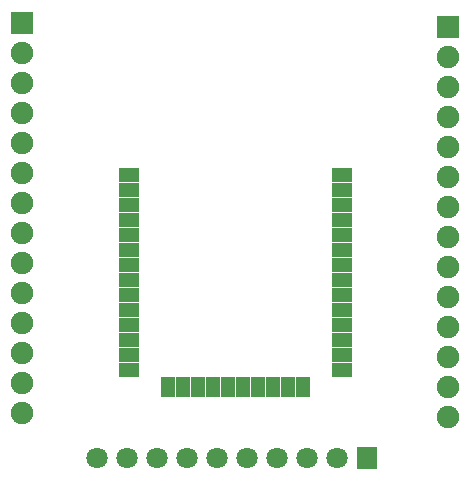
<source format=gts>
G04 Layer: TopSolderMaskLayer*
G04 EasyEDA v6.5.51, 2025-12-30 14:59:57*
G04 e2b6940d57744ff6b67d484dd8a43087,29e69997831044be9a653ea2d9381927,10*
G04 Gerber Generator version 0.2*
G04 Scale: 100 percent, Rotated: No, Reflected: No *
G04 Dimensions in millimeters *
G04 leading zeros omitted , absolute positions ,4 integer and 5 decimal *
%FSLAX45Y45*%
%MOMM*%

%AMMACRO1*4,1,8,-0.8085,-0.9008,-0.8382,-0.8708,-0.8382,0.8711,-0.8085,0.9008,0.8082,0.9008,0.8382,0.8711,0.8382,-0.8708,0.8082,-0.9008,-0.8085,-0.9008,0*%
%AMMACRO2*4,1,8,-0.921,-0.9507,-0.9507,-0.9207,-0.9507,0.921,-0.921,0.9507,0.9207,0.9507,0.9507,0.921,0.9507,-0.9207,0.9207,-0.9507,-0.921,-0.9507,0*%
%AMMACRO3*4,1,8,-0.8461,-0.5508,-0.8758,-0.5208,-0.8758,0.5211,-0.8461,0.5508,0.8458,0.5508,0.8758,0.5211,0.8758,-0.5208,0.8458,-0.5508,-0.8461,-0.5508,0*%
%AMMACRO4*4,1,8,-0.5211,-0.8758,-0.5508,-0.8458,-0.5508,0.8461,-0.5211,0.8758,0.5208,0.8758,0.5508,0.8461,0.5508,-0.8458,0.5208,-0.8758,-0.5211,-0.8758,0*%
%ADD10C,1.8016*%
%ADD11MACRO1*%
%ADD12MACRO2*%
%ADD13C,1.9016*%
%ADD14MACRO3*%
%ADD15MACRO4*%
%ADD16C,0.0150*%

%LPD*%
D10*
G01*
X4229100Y1993900D03*
G01*
X4483100Y1993900D03*
G01*
X4737100Y1993900D03*
G01*
X4991100Y1993900D03*
G01*
X5245100Y1993900D03*
G01*
X5499100Y1993900D03*
G01*
X5753100Y1993900D03*
G01*
X6007100Y1993900D03*
G01*
X6261100Y1993900D03*
D11*
G01*
X6515100Y1993887D03*
D12*
G01*
X7200900Y5638800D03*
D13*
G01*
X7200900Y5384800D03*
G01*
X7200900Y5130800D03*
G01*
X7200900Y4876800D03*
G01*
X7200900Y4622800D03*
G01*
X7200900Y4368800D03*
G01*
X7200900Y4114800D03*
G01*
X7200900Y3860800D03*
G01*
X7200900Y3606800D03*
G01*
X7200900Y3352800D03*
G01*
X7200900Y3098800D03*
G01*
X7200900Y2844800D03*
G01*
X7200900Y2590800D03*
G01*
X7200900Y2336800D03*
D12*
G01*
X3594100Y5676900D03*
D13*
G01*
X3594100Y5422900D03*
G01*
X3594100Y5168900D03*
G01*
X3594100Y4914900D03*
G01*
X3594100Y4660900D03*
G01*
X3594100Y4406900D03*
G01*
X3594100Y4152900D03*
G01*
X3594100Y3898900D03*
G01*
X3594100Y3644900D03*
G01*
X3594100Y3390900D03*
G01*
X3594100Y3136900D03*
G01*
X3594100Y2882900D03*
G01*
X3594100Y2628900D03*
G01*
X3594100Y2374900D03*
D14*
G01*
X4497501Y4392993D03*
G01*
X4497501Y4265993D03*
G01*
X4497501Y4138993D03*
G01*
X4497501Y4011993D03*
G01*
X4497501Y3884993D03*
G01*
X4497501Y3757993D03*
G01*
X4497501Y3630993D03*
G01*
X4497501Y3503993D03*
G01*
X4497501Y3376993D03*
G01*
X4497501Y3249993D03*
G01*
X4497501Y3122993D03*
G01*
X4497501Y2995993D03*
G01*
X4497501Y2868993D03*
G01*
X4497501Y2741993D03*
D15*
G01*
X4826012Y2592019D03*
G01*
X4953012Y2592019D03*
G01*
X5080012Y2592019D03*
G01*
X5207012Y2592019D03*
G01*
X5334012Y2592019D03*
G01*
X5461012Y2592019D03*
G01*
X5588012Y2592019D03*
G01*
X5715012Y2592019D03*
G01*
X5842012Y2592019D03*
G01*
X5969012Y2592019D03*
D14*
G01*
X6297498Y2741993D03*
G01*
X6297498Y2868993D03*
G01*
X6297498Y2995993D03*
G01*
X6297498Y3122993D03*
G01*
X6297498Y3249993D03*
G01*
X6297498Y3376993D03*
G01*
X6297498Y3503993D03*
G01*
X6297498Y3630993D03*
G01*
X6297498Y3757993D03*
G01*
X6297498Y3884993D03*
G01*
X6297498Y4011993D03*
G01*
X6297498Y4138993D03*
G01*
X6297498Y4265993D03*
G01*
X6297498Y4392993D03*
M02*

</source>
